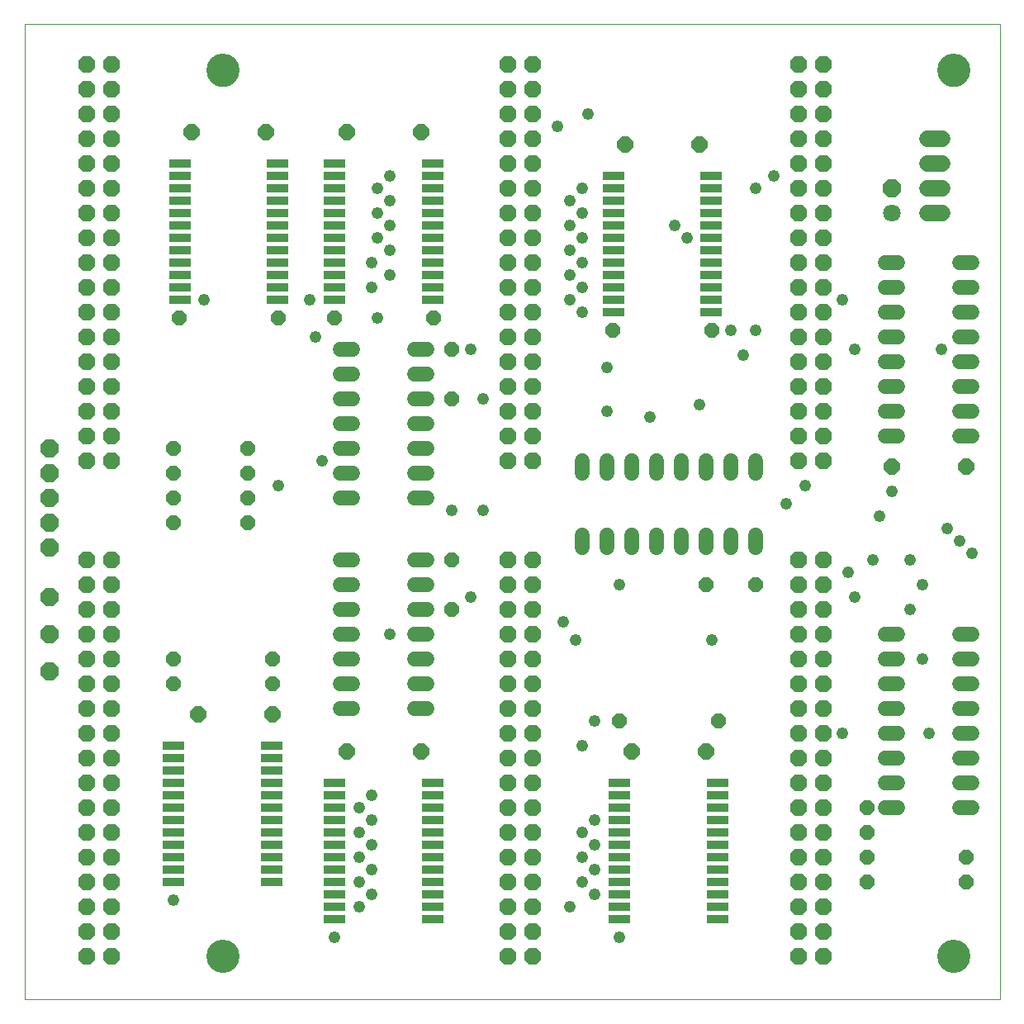
<source format=gts>
G75*
%MOIN*%
%OFA0B0*%
%FSLAX25Y25*%
%IPPOS*%
%LPD*%
%AMOC8*
5,1,8,0,0,1.08239X$1,22.5*
%
%ADD10C,0.00000*%
%ADD11C,0.06000*%
%ADD12C,0.13398*%
%ADD13OC8,0.06000*%
%ADD14OC8,0.07100*%
%ADD15R,0.08800X0.03400*%
%ADD16OC8,0.06800*%
%ADD17OC8,0.06400*%
%ADD18C,0.06800*%
%ADD19C,0.07100*%
%ADD20C,0.04762*%
D10*
X0001500Y0001500D02*
X0001500Y0395201D01*
X0395201Y0395201D01*
X0395201Y0001500D01*
X0001500Y0001500D01*
X0075201Y0019000D02*
X0075203Y0019158D01*
X0075209Y0019316D01*
X0075219Y0019474D01*
X0075233Y0019632D01*
X0075251Y0019789D01*
X0075272Y0019946D01*
X0075298Y0020102D01*
X0075328Y0020258D01*
X0075361Y0020413D01*
X0075399Y0020566D01*
X0075440Y0020719D01*
X0075485Y0020871D01*
X0075534Y0021022D01*
X0075587Y0021171D01*
X0075643Y0021319D01*
X0075703Y0021465D01*
X0075767Y0021610D01*
X0075835Y0021753D01*
X0075906Y0021895D01*
X0075980Y0022035D01*
X0076058Y0022172D01*
X0076140Y0022308D01*
X0076224Y0022442D01*
X0076313Y0022573D01*
X0076404Y0022702D01*
X0076499Y0022829D01*
X0076596Y0022954D01*
X0076697Y0023076D01*
X0076801Y0023195D01*
X0076908Y0023312D01*
X0077018Y0023426D01*
X0077131Y0023537D01*
X0077246Y0023646D01*
X0077364Y0023751D01*
X0077485Y0023853D01*
X0077608Y0023953D01*
X0077734Y0024049D01*
X0077862Y0024142D01*
X0077992Y0024232D01*
X0078125Y0024318D01*
X0078260Y0024402D01*
X0078396Y0024481D01*
X0078535Y0024558D01*
X0078676Y0024630D01*
X0078818Y0024700D01*
X0078962Y0024765D01*
X0079108Y0024827D01*
X0079255Y0024885D01*
X0079404Y0024940D01*
X0079554Y0024991D01*
X0079705Y0025038D01*
X0079857Y0025081D01*
X0080010Y0025120D01*
X0080165Y0025156D01*
X0080320Y0025187D01*
X0080476Y0025215D01*
X0080632Y0025239D01*
X0080789Y0025259D01*
X0080947Y0025275D01*
X0081104Y0025287D01*
X0081263Y0025295D01*
X0081421Y0025299D01*
X0081579Y0025299D01*
X0081737Y0025295D01*
X0081896Y0025287D01*
X0082053Y0025275D01*
X0082211Y0025259D01*
X0082368Y0025239D01*
X0082524Y0025215D01*
X0082680Y0025187D01*
X0082835Y0025156D01*
X0082990Y0025120D01*
X0083143Y0025081D01*
X0083295Y0025038D01*
X0083446Y0024991D01*
X0083596Y0024940D01*
X0083745Y0024885D01*
X0083892Y0024827D01*
X0084038Y0024765D01*
X0084182Y0024700D01*
X0084324Y0024630D01*
X0084465Y0024558D01*
X0084604Y0024481D01*
X0084740Y0024402D01*
X0084875Y0024318D01*
X0085008Y0024232D01*
X0085138Y0024142D01*
X0085266Y0024049D01*
X0085392Y0023953D01*
X0085515Y0023853D01*
X0085636Y0023751D01*
X0085754Y0023646D01*
X0085869Y0023537D01*
X0085982Y0023426D01*
X0086092Y0023312D01*
X0086199Y0023195D01*
X0086303Y0023076D01*
X0086404Y0022954D01*
X0086501Y0022829D01*
X0086596Y0022702D01*
X0086687Y0022573D01*
X0086776Y0022442D01*
X0086860Y0022308D01*
X0086942Y0022172D01*
X0087020Y0022035D01*
X0087094Y0021895D01*
X0087165Y0021753D01*
X0087233Y0021610D01*
X0087297Y0021465D01*
X0087357Y0021319D01*
X0087413Y0021171D01*
X0087466Y0021022D01*
X0087515Y0020871D01*
X0087560Y0020719D01*
X0087601Y0020566D01*
X0087639Y0020413D01*
X0087672Y0020258D01*
X0087702Y0020102D01*
X0087728Y0019946D01*
X0087749Y0019789D01*
X0087767Y0019632D01*
X0087781Y0019474D01*
X0087791Y0019316D01*
X0087797Y0019158D01*
X0087799Y0019000D01*
X0087797Y0018842D01*
X0087791Y0018684D01*
X0087781Y0018526D01*
X0087767Y0018368D01*
X0087749Y0018211D01*
X0087728Y0018054D01*
X0087702Y0017898D01*
X0087672Y0017742D01*
X0087639Y0017587D01*
X0087601Y0017434D01*
X0087560Y0017281D01*
X0087515Y0017129D01*
X0087466Y0016978D01*
X0087413Y0016829D01*
X0087357Y0016681D01*
X0087297Y0016535D01*
X0087233Y0016390D01*
X0087165Y0016247D01*
X0087094Y0016105D01*
X0087020Y0015965D01*
X0086942Y0015828D01*
X0086860Y0015692D01*
X0086776Y0015558D01*
X0086687Y0015427D01*
X0086596Y0015298D01*
X0086501Y0015171D01*
X0086404Y0015046D01*
X0086303Y0014924D01*
X0086199Y0014805D01*
X0086092Y0014688D01*
X0085982Y0014574D01*
X0085869Y0014463D01*
X0085754Y0014354D01*
X0085636Y0014249D01*
X0085515Y0014147D01*
X0085392Y0014047D01*
X0085266Y0013951D01*
X0085138Y0013858D01*
X0085008Y0013768D01*
X0084875Y0013682D01*
X0084740Y0013598D01*
X0084604Y0013519D01*
X0084465Y0013442D01*
X0084324Y0013370D01*
X0084182Y0013300D01*
X0084038Y0013235D01*
X0083892Y0013173D01*
X0083745Y0013115D01*
X0083596Y0013060D01*
X0083446Y0013009D01*
X0083295Y0012962D01*
X0083143Y0012919D01*
X0082990Y0012880D01*
X0082835Y0012844D01*
X0082680Y0012813D01*
X0082524Y0012785D01*
X0082368Y0012761D01*
X0082211Y0012741D01*
X0082053Y0012725D01*
X0081896Y0012713D01*
X0081737Y0012705D01*
X0081579Y0012701D01*
X0081421Y0012701D01*
X0081263Y0012705D01*
X0081104Y0012713D01*
X0080947Y0012725D01*
X0080789Y0012741D01*
X0080632Y0012761D01*
X0080476Y0012785D01*
X0080320Y0012813D01*
X0080165Y0012844D01*
X0080010Y0012880D01*
X0079857Y0012919D01*
X0079705Y0012962D01*
X0079554Y0013009D01*
X0079404Y0013060D01*
X0079255Y0013115D01*
X0079108Y0013173D01*
X0078962Y0013235D01*
X0078818Y0013300D01*
X0078676Y0013370D01*
X0078535Y0013442D01*
X0078396Y0013519D01*
X0078260Y0013598D01*
X0078125Y0013682D01*
X0077992Y0013768D01*
X0077862Y0013858D01*
X0077734Y0013951D01*
X0077608Y0014047D01*
X0077485Y0014147D01*
X0077364Y0014249D01*
X0077246Y0014354D01*
X0077131Y0014463D01*
X0077018Y0014574D01*
X0076908Y0014688D01*
X0076801Y0014805D01*
X0076697Y0014924D01*
X0076596Y0015046D01*
X0076499Y0015171D01*
X0076404Y0015298D01*
X0076313Y0015427D01*
X0076224Y0015558D01*
X0076140Y0015692D01*
X0076058Y0015828D01*
X0075980Y0015965D01*
X0075906Y0016105D01*
X0075835Y0016247D01*
X0075767Y0016390D01*
X0075703Y0016535D01*
X0075643Y0016681D01*
X0075587Y0016829D01*
X0075534Y0016978D01*
X0075485Y0017129D01*
X0075440Y0017281D01*
X0075399Y0017434D01*
X0075361Y0017587D01*
X0075328Y0017742D01*
X0075298Y0017898D01*
X0075272Y0018054D01*
X0075251Y0018211D01*
X0075233Y0018368D01*
X0075219Y0018526D01*
X0075209Y0018684D01*
X0075203Y0018842D01*
X0075201Y0019000D01*
X0370201Y0019000D02*
X0370203Y0019158D01*
X0370209Y0019316D01*
X0370219Y0019474D01*
X0370233Y0019632D01*
X0370251Y0019789D01*
X0370272Y0019946D01*
X0370298Y0020102D01*
X0370328Y0020258D01*
X0370361Y0020413D01*
X0370399Y0020566D01*
X0370440Y0020719D01*
X0370485Y0020871D01*
X0370534Y0021022D01*
X0370587Y0021171D01*
X0370643Y0021319D01*
X0370703Y0021465D01*
X0370767Y0021610D01*
X0370835Y0021753D01*
X0370906Y0021895D01*
X0370980Y0022035D01*
X0371058Y0022172D01*
X0371140Y0022308D01*
X0371224Y0022442D01*
X0371313Y0022573D01*
X0371404Y0022702D01*
X0371499Y0022829D01*
X0371596Y0022954D01*
X0371697Y0023076D01*
X0371801Y0023195D01*
X0371908Y0023312D01*
X0372018Y0023426D01*
X0372131Y0023537D01*
X0372246Y0023646D01*
X0372364Y0023751D01*
X0372485Y0023853D01*
X0372608Y0023953D01*
X0372734Y0024049D01*
X0372862Y0024142D01*
X0372992Y0024232D01*
X0373125Y0024318D01*
X0373260Y0024402D01*
X0373396Y0024481D01*
X0373535Y0024558D01*
X0373676Y0024630D01*
X0373818Y0024700D01*
X0373962Y0024765D01*
X0374108Y0024827D01*
X0374255Y0024885D01*
X0374404Y0024940D01*
X0374554Y0024991D01*
X0374705Y0025038D01*
X0374857Y0025081D01*
X0375010Y0025120D01*
X0375165Y0025156D01*
X0375320Y0025187D01*
X0375476Y0025215D01*
X0375632Y0025239D01*
X0375789Y0025259D01*
X0375947Y0025275D01*
X0376104Y0025287D01*
X0376263Y0025295D01*
X0376421Y0025299D01*
X0376579Y0025299D01*
X0376737Y0025295D01*
X0376896Y0025287D01*
X0377053Y0025275D01*
X0377211Y0025259D01*
X0377368Y0025239D01*
X0377524Y0025215D01*
X0377680Y0025187D01*
X0377835Y0025156D01*
X0377990Y0025120D01*
X0378143Y0025081D01*
X0378295Y0025038D01*
X0378446Y0024991D01*
X0378596Y0024940D01*
X0378745Y0024885D01*
X0378892Y0024827D01*
X0379038Y0024765D01*
X0379182Y0024700D01*
X0379324Y0024630D01*
X0379465Y0024558D01*
X0379604Y0024481D01*
X0379740Y0024402D01*
X0379875Y0024318D01*
X0380008Y0024232D01*
X0380138Y0024142D01*
X0380266Y0024049D01*
X0380392Y0023953D01*
X0380515Y0023853D01*
X0380636Y0023751D01*
X0380754Y0023646D01*
X0380869Y0023537D01*
X0380982Y0023426D01*
X0381092Y0023312D01*
X0381199Y0023195D01*
X0381303Y0023076D01*
X0381404Y0022954D01*
X0381501Y0022829D01*
X0381596Y0022702D01*
X0381687Y0022573D01*
X0381776Y0022442D01*
X0381860Y0022308D01*
X0381942Y0022172D01*
X0382020Y0022035D01*
X0382094Y0021895D01*
X0382165Y0021753D01*
X0382233Y0021610D01*
X0382297Y0021465D01*
X0382357Y0021319D01*
X0382413Y0021171D01*
X0382466Y0021022D01*
X0382515Y0020871D01*
X0382560Y0020719D01*
X0382601Y0020566D01*
X0382639Y0020413D01*
X0382672Y0020258D01*
X0382702Y0020102D01*
X0382728Y0019946D01*
X0382749Y0019789D01*
X0382767Y0019632D01*
X0382781Y0019474D01*
X0382791Y0019316D01*
X0382797Y0019158D01*
X0382799Y0019000D01*
X0382797Y0018842D01*
X0382791Y0018684D01*
X0382781Y0018526D01*
X0382767Y0018368D01*
X0382749Y0018211D01*
X0382728Y0018054D01*
X0382702Y0017898D01*
X0382672Y0017742D01*
X0382639Y0017587D01*
X0382601Y0017434D01*
X0382560Y0017281D01*
X0382515Y0017129D01*
X0382466Y0016978D01*
X0382413Y0016829D01*
X0382357Y0016681D01*
X0382297Y0016535D01*
X0382233Y0016390D01*
X0382165Y0016247D01*
X0382094Y0016105D01*
X0382020Y0015965D01*
X0381942Y0015828D01*
X0381860Y0015692D01*
X0381776Y0015558D01*
X0381687Y0015427D01*
X0381596Y0015298D01*
X0381501Y0015171D01*
X0381404Y0015046D01*
X0381303Y0014924D01*
X0381199Y0014805D01*
X0381092Y0014688D01*
X0380982Y0014574D01*
X0380869Y0014463D01*
X0380754Y0014354D01*
X0380636Y0014249D01*
X0380515Y0014147D01*
X0380392Y0014047D01*
X0380266Y0013951D01*
X0380138Y0013858D01*
X0380008Y0013768D01*
X0379875Y0013682D01*
X0379740Y0013598D01*
X0379604Y0013519D01*
X0379465Y0013442D01*
X0379324Y0013370D01*
X0379182Y0013300D01*
X0379038Y0013235D01*
X0378892Y0013173D01*
X0378745Y0013115D01*
X0378596Y0013060D01*
X0378446Y0013009D01*
X0378295Y0012962D01*
X0378143Y0012919D01*
X0377990Y0012880D01*
X0377835Y0012844D01*
X0377680Y0012813D01*
X0377524Y0012785D01*
X0377368Y0012761D01*
X0377211Y0012741D01*
X0377053Y0012725D01*
X0376896Y0012713D01*
X0376737Y0012705D01*
X0376579Y0012701D01*
X0376421Y0012701D01*
X0376263Y0012705D01*
X0376104Y0012713D01*
X0375947Y0012725D01*
X0375789Y0012741D01*
X0375632Y0012761D01*
X0375476Y0012785D01*
X0375320Y0012813D01*
X0375165Y0012844D01*
X0375010Y0012880D01*
X0374857Y0012919D01*
X0374705Y0012962D01*
X0374554Y0013009D01*
X0374404Y0013060D01*
X0374255Y0013115D01*
X0374108Y0013173D01*
X0373962Y0013235D01*
X0373818Y0013300D01*
X0373676Y0013370D01*
X0373535Y0013442D01*
X0373396Y0013519D01*
X0373260Y0013598D01*
X0373125Y0013682D01*
X0372992Y0013768D01*
X0372862Y0013858D01*
X0372734Y0013951D01*
X0372608Y0014047D01*
X0372485Y0014147D01*
X0372364Y0014249D01*
X0372246Y0014354D01*
X0372131Y0014463D01*
X0372018Y0014574D01*
X0371908Y0014688D01*
X0371801Y0014805D01*
X0371697Y0014924D01*
X0371596Y0015046D01*
X0371499Y0015171D01*
X0371404Y0015298D01*
X0371313Y0015427D01*
X0371224Y0015558D01*
X0371140Y0015692D01*
X0371058Y0015828D01*
X0370980Y0015965D01*
X0370906Y0016105D01*
X0370835Y0016247D01*
X0370767Y0016390D01*
X0370703Y0016535D01*
X0370643Y0016681D01*
X0370587Y0016829D01*
X0370534Y0016978D01*
X0370485Y0017129D01*
X0370440Y0017281D01*
X0370399Y0017434D01*
X0370361Y0017587D01*
X0370328Y0017742D01*
X0370298Y0017898D01*
X0370272Y0018054D01*
X0370251Y0018211D01*
X0370233Y0018368D01*
X0370219Y0018526D01*
X0370209Y0018684D01*
X0370203Y0018842D01*
X0370201Y0019000D01*
X0370201Y0376500D02*
X0370203Y0376658D01*
X0370209Y0376816D01*
X0370219Y0376974D01*
X0370233Y0377132D01*
X0370251Y0377289D01*
X0370272Y0377446D01*
X0370298Y0377602D01*
X0370328Y0377758D01*
X0370361Y0377913D01*
X0370399Y0378066D01*
X0370440Y0378219D01*
X0370485Y0378371D01*
X0370534Y0378522D01*
X0370587Y0378671D01*
X0370643Y0378819D01*
X0370703Y0378965D01*
X0370767Y0379110D01*
X0370835Y0379253D01*
X0370906Y0379395D01*
X0370980Y0379535D01*
X0371058Y0379672D01*
X0371140Y0379808D01*
X0371224Y0379942D01*
X0371313Y0380073D01*
X0371404Y0380202D01*
X0371499Y0380329D01*
X0371596Y0380454D01*
X0371697Y0380576D01*
X0371801Y0380695D01*
X0371908Y0380812D01*
X0372018Y0380926D01*
X0372131Y0381037D01*
X0372246Y0381146D01*
X0372364Y0381251D01*
X0372485Y0381353D01*
X0372608Y0381453D01*
X0372734Y0381549D01*
X0372862Y0381642D01*
X0372992Y0381732D01*
X0373125Y0381818D01*
X0373260Y0381902D01*
X0373396Y0381981D01*
X0373535Y0382058D01*
X0373676Y0382130D01*
X0373818Y0382200D01*
X0373962Y0382265D01*
X0374108Y0382327D01*
X0374255Y0382385D01*
X0374404Y0382440D01*
X0374554Y0382491D01*
X0374705Y0382538D01*
X0374857Y0382581D01*
X0375010Y0382620D01*
X0375165Y0382656D01*
X0375320Y0382687D01*
X0375476Y0382715D01*
X0375632Y0382739D01*
X0375789Y0382759D01*
X0375947Y0382775D01*
X0376104Y0382787D01*
X0376263Y0382795D01*
X0376421Y0382799D01*
X0376579Y0382799D01*
X0376737Y0382795D01*
X0376896Y0382787D01*
X0377053Y0382775D01*
X0377211Y0382759D01*
X0377368Y0382739D01*
X0377524Y0382715D01*
X0377680Y0382687D01*
X0377835Y0382656D01*
X0377990Y0382620D01*
X0378143Y0382581D01*
X0378295Y0382538D01*
X0378446Y0382491D01*
X0378596Y0382440D01*
X0378745Y0382385D01*
X0378892Y0382327D01*
X0379038Y0382265D01*
X0379182Y0382200D01*
X0379324Y0382130D01*
X0379465Y0382058D01*
X0379604Y0381981D01*
X0379740Y0381902D01*
X0379875Y0381818D01*
X0380008Y0381732D01*
X0380138Y0381642D01*
X0380266Y0381549D01*
X0380392Y0381453D01*
X0380515Y0381353D01*
X0380636Y0381251D01*
X0380754Y0381146D01*
X0380869Y0381037D01*
X0380982Y0380926D01*
X0381092Y0380812D01*
X0381199Y0380695D01*
X0381303Y0380576D01*
X0381404Y0380454D01*
X0381501Y0380329D01*
X0381596Y0380202D01*
X0381687Y0380073D01*
X0381776Y0379942D01*
X0381860Y0379808D01*
X0381942Y0379672D01*
X0382020Y0379535D01*
X0382094Y0379395D01*
X0382165Y0379253D01*
X0382233Y0379110D01*
X0382297Y0378965D01*
X0382357Y0378819D01*
X0382413Y0378671D01*
X0382466Y0378522D01*
X0382515Y0378371D01*
X0382560Y0378219D01*
X0382601Y0378066D01*
X0382639Y0377913D01*
X0382672Y0377758D01*
X0382702Y0377602D01*
X0382728Y0377446D01*
X0382749Y0377289D01*
X0382767Y0377132D01*
X0382781Y0376974D01*
X0382791Y0376816D01*
X0382797Y0376658D01*
X0382799Y0376500D01*
X0382797Y0376342D01*
X0382791Y0376184D01*
X0382781Y0376026D01*
X0382767Y0375868D01*
X0382749Y0375711D01*
X0382728Y0375554D01*
X0382702Y0375398D01*
X0382672Y0375242D01*
X0382639Y0375087D01*
X0382601Y0374934D01*
X0382560Y0374781D01*
X0382515Y0374629D01*
X0382466Y0374478D01*
X0382413Y0374329D01*
X0382357Y0374181D01*
X0382297Y0374035D01*
X0382233Y0373890D01*
X0382165Y0373747D01*
X0382094Y0373605D01*
X0382020Y0373465D01*
X0381942Y0373328D01*
X0381860Y0373192D01*
X0381776Y0373058D01*
X0381687Y0372927D01*
X0381596Y0372798D01*
X0381501Y0372671D01*
X0381404Y0372546D01*
X0381303Y0372424D01*
X0381199Y0372305D01*
X0381092Y0372188D01*
X0380982Y0372074D01*
X0380869Y0371963D01*
X0380754Y0371854D01*
X0380636Y0371749D01*
X0380515Y0371647D01*
X0380392Y0371547D01*
X0380266Y0371451D01*
X0380138Y0371358D01*
X0380008Y0371268D01*
X0379875Y0371182D01*
X0379740Y0371098D01*
X0379604Y0371019D01*
X0379465Y0370942D01*
X0379324Y0370870D01*
X0379182Y0370800D01*
X0379038Y0370735D01*
X0378892Y0370673D01*
X0378745Y0370615D01*
X0378596Y0370560D01*
X0378446Y0370509D01*
X0378295Y0370462D01*
X0378143Y0370419D01*
X0377990Y0370380D01*
X0377835Y0370344D01*
X0377680Y0370313D01*
X0377524Y0370285D01*
X0377368Y0370261D01*
X0377211Y0370241D01*
X0377053Y0370225D01*
X0376896Y0370213D01*
X0376737Y0370205D01*
X0376579Y0370201D01*
X0376421Y0370201D01*
X0376263Y0370205D01*
X0376104Y0370213D01*
X0375947Y0370225D01*
X0375789Y0370241D01*
X0375632Y0370261D01*
X0375476Y0370285D01*
X0375320Y0370313D01*
X0375165Y0370344D01*
X0375010Y0370380D01*
X0374857Y0370419D01*
X0374705Y0370462D01*
X0374554Y0370509D01*
X0374404Y0370560D01*
X0374255Y0370615D01*
X0374108Y0370673D01*
X0373962Y0370735D01*
X0373818Y0370800D01*
X0373676Y0370870D01*
X0373535Y0370942D01*
X0373396Y0371019D01*
X0373260Y0371098D01*
X0373125Y0371182D01*
X0372992Y0371268D01*
X0372862Y0371358D01*
X0372734Y0371451D01*
X0372608Y0371547D01*
X0372485Y0371647D01*
X0372364Y0371749D01*
X0372246Y0371854D01*
X0372131Y0371963D01*
X0372018Y0372074D01*
X0371908Y0372188D01*
X0371801Y0372305D01*
X0371697Y0372424D01*
X0371596Y0372546D01*
X0371499Y0372671D01*
X0371404Y0372798D01*
X0371313Y0372927D01*
X0371224Y0373058D01*
X0371140Y0373192D01*
X0371058Y0373328D01*
X0370980Y0373465D01*
X0370906Y0373605D01*
X0370835Y0373747D01*
X0370767Y0373890D01*
X0370703Y0374035D01*
X0370643Y0374181D01*
X0370587Y0374329D01*
X0370534Y0374478D01*
X0370485Y0374629D01*
X0370440Y0374781D01*
X0370399Y0374934D01*
X0370361Y0375087D01*
X0370328Y0375242D01*
X0370298Y0375398D01*
X0370272Y0375554D01*
X0370251Y0375711D01*
X0370233Y0375868D01*
X0370219Y0376026D01*
X0370209Y0376184D01*
X0370203Y0376342D01*
X0370201Y0376500D01*
X0075201Y0376500D02*
X0075203Y0376658D01*
X0075209Y0376816D01*
X0075219Y0376974D01*
X0075233Y0377132D01*
X0075251Y0377289D01*
X0075272Y0377446D01*
X0075298Y0377602D01*
X0075328Y0377758D01*
X0075361Y0377913D01*
X0075399Y0378066D01*
X0075440Y0378219D01*
X0075485Y0378371D01*
X0075534Y0378522D01*
X0075587Y0378671D01*
X0075643Y0378819D01*
X0075703Y0378965D01*
X0075767Y0379110D01*
X0075835Y0379253D01*
X0075906Y0379395D01*
X0075980Y0379535D01*
X0076058Y0379672D01*
X0076140Y0379808D01*
X0076224Y0379942D01*
X0076313Y0380073D01*
X0076404Y0380202D01*
X0076499Y0380329D01*
X0076596Y0380454D01*
X0076697Y0380576D01*
X0076801Y0380695D01*
X0076908Y0380812D01*
X0077018Y0380926D01*
X0077131Y0381037D01*
X0077246Y0381146D01*
X0077364Y0381251D01*
X0077485Y0381353D01*
X0077608Y0381453D01*
X0077734Y0381549D01*
X0077862Y0381642D01*
X0077992Y0381732D01*
X0078125Y0381818D01*
X0078260Y0381902D01*
X0078396Y0381981D01*
X0078535Y0382058D01*
X0078676Y0382130D01*
X0078818Y0382200D01*
X0078962Y0382265D01*
X0079108Y0382327D01*
X0079255Y0382385D01*
X0079404Y0382440D01*
X0079554Y0382491D01*
X0079705Y0382538D01*
X0079857Y0382581D01*
X0080010Y0382620D01*
X0080165Y0382656D01*
X0080320Y0382687D01*
X0080476Y0382715D01*
X0080632Y0382739D01*
X0080789Y0382759D01*
X0080947Y0382775D01*
X0081104Y0382787D01*
X0081263Y0382795D01*
X0081421Y0382799D01*
X0081579Y0382799D01*
X0081737Y0382795D01*
X0081896Y0382787D01*
X0082053Y0382775D01*
X0082211Y0382759D01*
X0082368Y0382739D01*
X0082524Y0382715D01*
X0082680Y0382687D01*
X0082835Y0382656D01*
X0082990Y0382620D01*
X0083143Y0382581D01*
X0083295Y0382538D01*
X0083446Y0382491D01*
X0083596Y0382440D01*
X0083745Y0382385D01*
X0083892Y0382327D01*
X0084038Y0382265D01*
X0084182Y0382200D01*
X0084324Y0382130D01*
X0084465Y0382058D01*
X0084604Y0381981D01*
X0084740Y0381902D01*
X0084875Y0381818D01*
X0085008Y0381732D01*
X0085138Y0381642D01*
X0085266Y0381549D01*
X0085392Y0381453D01*
X0085515Y0381353D01*
X0085636Y0381251D01*
X0085754Y0381146D01*
X0085869Y0381037D01*
X0085982Y0380926D01*
X0086092Y0380812D01*
X0086199Y0380695D01*
X0086303Y0380576D01*
X0086404Y0380454D01*
X0086501Y0380329D01*
X0086596Y0380202D01*
X0086687Y0380073D01*
X0086776Y0379942D01*
X0086860Y0379808D01*
X0086942Y0379672D01*
X0087020Y0379535D01*
X0087094Y0379395D01*
X0087165Y0379253D01*
X0087233Y0379110D01*
X0087297Y0378965D01*
X0087357Y0378819D01*
X0087413Y0378671D01*
X0087466Y0378522D01*
X0087515Y0378371D01*
X0087560Y0378219D01*
X0087601Y0378066D01*
X0087639Y0377913D01*
X0087672Y0377758D01*
X0087702Y0377602D01*
X0087728Y0377446D01*
X0087749Y0377289D01*
X0087767Y0377132D01*
X0087781Y0376974D01*
X0087791Y0376816D01*
X0087797Y0376658D01*
X0087799Y0376500D01*
X0087797Y0376342D01*
X0087791Y0376184D01*
X0087781Y0376026D01*
X0087767Y0375868D01*
X0087749Y0375711D01*
X0087728Y0375554D01*
X0087702Y0375398D01*
X0087672Y0375242D01*
X0087639Y0375087D01*
X0087601Y0374934D01*
X0087560Y0374781D01*
X0087515Y0374629D01*
X0087466Y0374478D01*
X0087413Y0374329D01*
X0087357Y0374181D01*
X0087297Y0374035D01*
X0087233Y0373890D01*
X0087165Y0373747D01*
X0087094Y0373605D01*
X0087020Y0373465D01*
X0086942Y0373328D01*
X0086860Y0373192D01*
X0086776Y0373058D01*
X0086687Y0372927D01*
X0086596Y0372798D01*
X0086501Y0372671D01*
X0086404Y0372546D01*
X0086303Y0372424D01*
X0086199Y0372305D01*
X0086092Y0372188D01*
X0085982Y0372074D01*
X0085869Y0371963D01*
X0085754Y0371854D01*
X0085636Y0371749D01*
X0085515Y0371647D01*
X0085392Y0371547D01*
X0085266Y0371451D01*
X0085138Y0371358D01*
X0085008Y0371268D01*
X0084875Y0371182D01*
X0084740Y0371098D01*
X0084604Y0371019D01*
X0084465Y0370942D01*
X0084324Y0370870D01*
X0084182Y0370800D01*
X0084038Y0370735D01*
X0083892Y0370673D01*
X0083745Y0370615D01*
X0083596Y0370560D01*
X0083446Y0370509D01*
X0083295Y0370462D01*
X0083143Y0370419D01*
X0082990Y0370380D01*
X0082835Y0370344D01*
X0082680Y0370313D01*
X0082524Y0370285D01*
X0082368Y0370261D01*
X0082211Y0370241D01*
X0082053Y0370225D01*
X0081896Y0370213D01*
X0081737Y0370205D01*
X0081579Y0370201D01*
X0081421Y0370201D01*
X0081263Y0370205D01*
X0081104Y0370213D01*
X0080947Y0370225D01*
X0080789Y0370241D01*
X0080632Y0370261D01*
X0080476Y0370285D01*
X0080320Y0370313D01*
X0080165Y0370344D01*
X0080010Y0370380D01*
X0079857Y0370419D01*
X0079705Y0370462D01*
X0079554Y0370509D01*
X0079404Y0370560D01*
X0079255Y0370615D01*
X0079108Y0370673D01*
X0078962Y0370735D01*
X0078818Y0370800D01*
X0078676Y0370870D01*
X0078535Y0370942D01*
X0078396Y0371019D01*
X0078260Y0371098D01*
X0078125Y0371182D01*
X0077992Y0371268D01*
X0077862Y0371358D01*
X0077734Y0371451D01*
X0077608Y0371547D01*
X0077485Y0371647D01*
X0077364Y0371749D01*
X0077246Y0371854D01*
X0077131Y0371963D01*
X0077018Y0372074D01*
X0076908Y0372188D01*
X0076801Y0372305D01*
X0076697Y0372424D01*
X0076596Y0372546D01*
X0076499Y0372671D01*
X0076404Y0372798D01*
X0076313Y0372927D01*
X0076224Y0373058D01*
X0076140Y0373192D01*
X0076058Y0373328D01*
X0075980Y0373465D01*
X0075906Y0373605D01*
X0075835Y0373747D01*
X0075767Y0373890D01*
X0075703Y0374035D01*
X0075643Y0374181D01*
X0075587Y0374329D01*
X0075534Y0374478D01*
X0075485Y0374629D01*
X0075440Y0374781D01*
X0075399Y0374934D01*
X0075361Y0375087D01*
X0075328Y0375242D01*
X0075298Y0375398D01*
X0075272Y0375554D01*
X0075251Y0375711D01*
X0075233Y0375868D01*
X0075219Y0376026D01*
X0075209Y0376184D01*
X0075203Y0376342D01*
X0075201Y0376500D01*
D11*
X0128900Y0264000D02*
X0134100Y0264000D01*
X0134100Y0254000D02*
X0128900Y0254000D01*
X0128900Y0244000D02*
X0134100Y0244000D01*
X0134100Y0234000D02*
X0128900Y0234000D01*
X0128900Y0224000D02*
X0134100Y0224000D01*
X0134100Y0214000D02*
X0128900Y0214000D01*
X0128900Y0204000D02*
X0134100Y0204000D01*
X0158900Y0204000D02*
X0164100Y0204000D01*
X0164100Y0214000D02*
X0158900Y0214000D01*
X0158900Y0224000D02*
X0164100Y0224000D01*
X0164100Y0234000D02*
X0158900Y0234000D01*
X0158900Y0244000D02*
X0164100Y0244000D01*
X0164100Y0254000D02*
X0158900Y0254000D01*
X0158900Y0264000D02*
X0164100Y0264000D01*
X0226500Y0219100D02*
X0226500Y0213900D01*
X0236500Y0213900D02*
X0236500Y0219100D01*
X0246500Y0219100D02*
X0246500Y0213900D01*
X0256500Y0213900D02*
X0256500Y0219100D01*
X0266500Y0219100D02*
X0266500Y0213900D01*
X0276500Y0213900D02*
X0276500Y0219100D01*
X0286500Y0219100D02*
X0286500Y0213900D01*
X0296500Y0213900D02*
X0296500Y0219100D01*
X0296500Y0189100D02*
X0296500Y0183900D01*
X0286500Y0183900D02*
X0286500Y0189100D01*
X0276500Y0189100D02*
X0276500Y0183900D01*
X0266500Y0183900D02*
X0266500Y0189100D01*
X0256500Y0189100D02*
X0256500Y0183900D01*
X0246500Y0183900D02*
X0246500Y0189100D01*
X0236500Y0189100D02*
X0236500Y0183900D01*
X0226500Y0183900D02*
X0226500Y0189100D01*
X0164100Y0179000D02*
X0158900Y0179000D01*
X0158900Y0169000D02*
X0164100Y0169000D01*
X0164100Y0159000D02*
X0158900Y0159000D01*
X0158900Y0149000D02*
X0164100Y0149000D01*
X0164100Y0139000D02*
X0158900Y0139000D01*
X0158900Y0129000D02*
X0164100Y0129000D01*
X0164100Y0119000D02*
X0158900Y0119000D01*
X0134100Y0119000D02*
X0128900Y0119000D01*
X0128900Y0129000D02*
X0134100Y0129000D01*
X0134100Y0139000D02*
X0128900Y0139000D01*
X0128900Y0149000D02*
X0134100Y0149000D01*
X0134100Y0159000D02*
X0128900Y0159000D01*
X0128900Y0169000D02*
X0134100Y0169000D01*
X0134100Y0179000D02*
X0128900Y0179000D01*
X0348900Y0149000D02*
X0354100Y0149000D01*
X0354100Y0139000D02*
X0348900Y0139000D01*
X0348900Y0129000D02*
X0354100Y0129000D01*
X0354100Y0119000D02*
X0348900Y0119000D01*
X0348900Y0109000D02*
X0354100Y0109000D01*
X0354100Y0099000D02*
X0348900Y0099000D01*
X0348900Y0089000D02*
X0354100Y0089000D01*
X0354100Y0079000D02*
X0348900Y0079000D01*
X0378900Y0079000D02*
X0384100Y0079000D01*
X0384100Y0089000D02*
X0378900Y0089000D01*
X0378900Y0099000D02*
X0384100Y0099000D01*
X0384100Y0109000D02*
X0378900Y0109000D01*
X0378900Y0119000D02*
X0384100Y0119000D01*
X0384100Y0129000D02*
X0378900Y0129000D01*
X0378900Y0139000D02*
X0384100Y0139000D01*
X0384100Y0149000D02*
X0378900Y0149000D01*
X0378900Y0229000D02*
X0384100Y0229000D01*
X0384100Y0239000D02*
X0378900Y0239000D01*
X0378900Y0249000D02*
X0384100Y0249000D01*
X0384100Y0259000D02*
X0378900Y0259000D01*
X0378900Y0269000D02*
X0384100Y0269000D01*
X0384100Y0279000D02*
X0378900Y0279000D01*
X0378900Y0289000D02*
X0384100Y0289000D01*
X0384100Y0299000D02*
X0378900Y0299000D01*
X0354100Y0299000D02*
X0348900Y0299000D01*
X0348900Y0289000D02*
X0354100Y0289000D01*
X0354100Y0279000D02*
X0348900Y0279000D01*
X0348900Y0269000D02*
X0354100Y0269000D01*
X0354100Y0259000D02*
X0348900Y0259000D01*
X0348900Y0249000D02*
X0354100Y0249000D01*
X0354100Y0239000D02*
X0348900Y0239000D01*
X0348900Y0229000D02*
X0354100Y0229000D01*
D12*
X0376500Y0376500D03*
X0081500Y0376500D03*
X0081500Y0019000D03*
X0376500Y0019000D03*
D13*
X0381500Y0049000D03*
X0381500Y0059000D03*
X0341500Y0059000D03*
X0341500Y0049000D03*
X0341500Y0069000D03*
X0341500Y0079000D03*
X0281500Y0114000D03*
X0241500Y0114000D03*
X0276500Y0169000D03*
X0296500Y0169000D03*
X0279000Y0271500D03*
X0239000Y0271500D03*
X0174000Y0264000D03*
X0166500Y0276500D03*
X0174000Y0244000D03*
X0126500Y0276500D03*
X0104000Y0276500D03*
X0064000Y0276500D03*
X0061500Y0224000D03*
X0061500Y0214000D03*
X0061500Y0204000D03*
X0061500Y0194000D03*
X0091500Y0194000D03*
X0091500Y0204000D03*
X0091500Y0214000D03*
X0091500Y0224000D03*
X0174000Y0179000D03*
X0174000Y0159000D03*
X0101500Y0139000D03*
X0101500Y0129000D03*
X0061500Y0129000D03*
X0061500Y0139000D03*
D14*
X0011500Y0134000D03*
X0011500Y0149000D03*
X0011500Y0164000D03*
X0011500Y0184000D03*
X0011500Y0194000D03*
X0011500Y0204000D03*
X0011500Y0214000D03*
X0011500Y0224000D03*
X0351500Y0329000D03*
D15*
X0278800Y0329000D03*
X0278800Y0334000D03*
X0278800Y0324000D03*
X0278800Y0319000D03*
X0278800Y0314000D03*
X0278800Y0309000D03*
X0278800Y0304000D03*
X0278800Y0299000D03*
X0278800Y0294000D03*
X0278800Y0289000D03*
X0278800Y0284000D03*
X0278800Y0279000D03*
X0239200Y0279000D03*
X0239200Y0284000D03*
X0239200Y0289000D03*
X0239200Y0294000D03*
X0239200Y0299000D03*
X0239200Y0304000D03*
X0239200Y0309000D03*
X0239200Y0314000D03*
X0239200Y0319000D03*
X0239200Y0324000D03*
X0239200Y0329000D03*
X0239200Y0334000D03*
X0166300Y0334000D03*
X0166300Y0329000D03*
X0166300Y0324000D03*
X0166300Y0319000D03*
X0166300Y0314000D03*
X0166300Y0309000D03*
X0166300Y0304000D03*
X0166300Y0299000D03*
X0166300Y0294000D03*
X0166300Y0289000D03*
X0166300Y0284000D03*
X0126700Y0284000D03*
X0126700Y0289000D03*
X0126700Y0294000D03*
X0126700Y0299000D03*
X0126700Y0304000D03*
X0126700Y0309000D03*
X0126700Y0314000D03*
X0126700Y0319000D03*
X0126700Y0324000D03*
X0126700Y0329000D03*
X0126700Y0334000D03*
X0126700Y0339000D03*
X0103800Y0339000D03*
X0103800Y0334000D03*
X0103800Y0329000D03*
X0103800Y0324000D03*
X0103800Y0319000D03*
X0103800Y0314000D03*
X0103800Y0309000D03*
X0103800Y0304000D03*
X0103800Y0299000D03*
X0103800Y0294000D03*
X0103800Y0289000D03*
X0103800Y0284000D03*
X0064200Y0284000D03*
X0064200Y0289000D03*
X0064200Y0294000D03*
X0064200Y0299000D03*
X0064200Y0304000D03*
X0064200Y0309000D03*
X0064200Y0314000D03*
X0064200Y0319000D03*
X0064200Y0324000D03*
X0064200Y0329000D03*
X0064200Y0334000D03*
X0064200Y0339000D03*
X0166300Y0339000D03*
X0101300Y0104000D03*
X0101300Y0099000D03*
X0101300Y0094000D03*
X0101300Y0089000D03*
X0101300Y0084000D03*
X0101300Y0079000D03*
X0101300Y0074000D03*
X0101300Y0069000D03*
X0101300Y0064000D03*
X0101300Y0059000D03*
X0101300Y0054000D03*
X0101300Y0049000D03*
X0126700Y0049000D03*
X0126700Y0044000D03*
X0126700Y0039000D03*
X0126700Y0034000D03*
X0126700Y0054000D03*
X0126700Y0059000D03*
X0126700Y0064000D03*
X0126700Y0069000D03*
X0126700Y0074000D03*
X0126700Y0079000D03*
X0126700Y0084000D03*
X0126700Y0089000D03*
X0166300Y0089000D03*
X0166300Y0084000D03*
X0166300Y0079000D03*
X0166300Y0074000D03*
X0166300Y0069000D03*
X0166300Y0064000D03*
X0166300Y0059000D03*
X0166300Y0054000D03*
X0166300Y0049000D03*
X0166300Y0044000D03*
X0166300Y0039000D03*
X0166300Y0034000D03*
X0241700Y0034000D03*
X0241700Y0039000D03*
X0241700Y0044000D03*
X0241700Y0049000D03*
X0241700Y0054000D03*
X0241700Y0059000D03*
X0241700Y0064000D03*
X0241700Y0069000D03*
X0241700Y0074000D03*
X0241700Y0079000D03*
X0241700Y0084000D03*
X0241700Y0089000D03*
X0281300Y0089000D03*
X0281300Y0084000D03*
X0281300Y0079000D03*
X0281300Y0074000D03*
X0281300Y0069000D03*
X0281300Y0064000D03*
X0281300Y0059000D03*
X0281300Y0054000D03*
X0281300Y0049000D03*
X0281300Y0044000D03*
X0281300Y0039000D03*
X0281300Y0034000D03*
X0061700Y0049000D03*
X0061700Y0054000D03*
X0061700Y0059000D03*
X0061700Y0064000D03*
X0061700Y0069000D03*
X0061700Y0074000D03*
X0061700Y0079000D03*
X0061700Y0084000D03*
X0061700Y0089000D03*
X0061700Y0094000D03*
X0061700Y0099000D03*
X0061700Y0104000D03*
D16*
X0036500Y0099000D03*
X0036500Y0089000D03*
X0026500Y0089000D03*
X0026500Y0099000D03*
X0026500Y0109000D03*
X0036500Y0109000D03*
X0036500Y0119000D03*
X0036500Y0129000D03*
X0026500Y0129000D03*
X0026500Y0119000D03*
X0026500Y0139000D03*
X0026500Y0149000D03*
X0036500Y0149000D03*
X0036500Y0139000D03*
X0036500Y0159000D03*
X0036500Y0169000D03*
X0026500Y0169000D03*
X0026500Y0159000D03*
X0026500Y0179000D03*
X0036500Y0179000D03*
X0036500Y0219000D03*
X0036500Y0229000D03*
X0026500Y0229000D03*
X0026500Y0219000D03*
X0026500Y0239000D03*
X0026500Y0249000D03*
X0036500Y0249000D03*
X0036500Y0239000D03*
X0036500Y0259000D03*
X0036500Y0269000D03*
X0026500Y0269000D03*
X0026500Y0259000D03*
X0026500Y0279000D03*
X0026500Y0289000D03*
X0036500Y0289000D03*
X0036500Y0279000D03*
X0036500Y0299000D03*
X0036500Y0309000D03*
X0026500Y0309000D03*
X0026500Y0299000D03*
X0026500Y0319000D03*
X0036500Y0319000D03*
X0036500Y0329000D03*
X0036500Y0339000D03*
X0026500Y0339000D03*
X0026500Y0329000D03*
X0026500Y0349000D03*
X0026500Y0359000D03*
X0036500Y0359000D03*
X0036500Y0349000D03*
X0036500Y0369000D03*
X0036500Y0379000D03*
X0026500Y0379000D03*
X0026500Y0369000D03*
X0196500Y0369000D03*
X0196500Y0379000D03*
X0206500Y0379000D03*
X0206500Y0369000D03*
X0206500Y0359000D03*
X0206500Y0349000D03*
X0196500Y0349000D03*
X0196500Y0359000D03*
X0196500Y0339000D03*
X0196500Y0329000D03*
X0206500Y0329000D03*
X0206500Y0339000D03*
X0206500Y0319000D03*
X0196500Y0319000D03*
X0196500Y0309000D03*
X0196500Y0299000D03*
X0206500Y0299000D03*
X0206500Y0309000D03*
X0206500Y0289000D03*
X0206500Y0279000D03*
X0196500Y0279000D03*
X0196500Y0289000D03*
X0196500Y0269000D03*
X0196500Y0259000D03*
X0206500Y0259000D03*
X0206500Y0269000D03*
X0206500Y0249000D03*
X0206500Y0239000D03*
X0196500Y0239000D03*
X0196500Y0249000D03*
X0196500Y0229000D03*
X0196500Y0219000D03*
X0206500Y0219000D03*
X0206500Y0229000D03*
X0206500Y0179000D03*
X0196500Y0179000D03*
X0196500Y0169000D03*
X0196500Y0159000D03*
X0206500Y0159000D03*
X0206500Y0169000D03*
X0206500Y0149000D03*
X0206500Y0139000D03*
X0196500Y0139000D03*
X0196500Y0149000D03*
X0196500Y0129000D03*
X0196500Y0119000D03*
X0206500Y0119000D03*
X0206500Y0129000D03*
X0206500Y0109000D03*
X0196500Y0109000D03*
X0196500Y0099000D03*
X0196500Y0089000D03*
X0206500Y0089000D03*
X0206500Y0099000D03*
X0206500Y0079000D03*
X0206500Y0069000D03*
X0196500Y0069000D03*
X0196500Y0079000D03*
X0196500Y0059000D03*
X0196500Y0049000D03*
X0206500Y0049000D03*
X0206500Y0059000D03*
X0206500Y0039000D03*
X0206500Y0029000D03*
X0196500Y0029000D03*
X0196500Y0039000D03*
X0196500Y0019000D03*
X0206500Y0019000D03*
X0314000Y0019000D03*
X0324000Y0019000D03*
X0324000Y0029000D03*
X0324000Y0039000D03*
X0314000Y0039000D03*
X0314000Y0029000D03*
X0314000Y0049000D03*
X0314000Y0059000D03*
X0324000Y0059000D03*
X0324000Y0049000D03*
X0324000Y0069000D03*
X0324000Y0079000D03*
X0314000Y0079000D03*
X0314000Y0069000D03*
X0314000Y0089000D03*
X0314000Y0099000D03*
X0324000Y0099000D03*
X0324000Y0089000D03*
X0324000Y0109000D03*
X0314000Y0109000D03*
X0314000Y0119000D03*
X0314000Y0129000D03*
X0324000Y0129000D03*
X0324000Y0119000D03*
X0324000Y0139000D03*
X0324000Y0149000D03*
X0314000Y0149000D03*
X0314000Y0139000D03*
X0314000Y0159000D03*
X0314000Y0169000D03*
X0324000Y0169000D03*
X0324000Y0159000D03*
X0324000Y0179000D03*
X0314000Y0179000D03*
X0314000Y0219000D03*
X0314000Y0229000D03*
X0324000Y0229000D03*
X0324000Y0219000D03*
X0324000Y0239000D03*
X0324000Y0249000D03*
X0314000Y0249000D03*
X0314000Y0239000D03*
X0314000Y0259000D03*
X0314000Y0269000D03*
X0324000Y0269000D03*
X0324000Y0259000D03*
X0324000Y0279000D03*
X0324000Y0289000D03*
X0314000Y0289000D03*
X0314000Y0279000D03*
X0314000Y0299000D03*
X0314000Y0309000D03*
X0324000Y0309000D03*
X0324000Y0299000D03*
X0324000Y0319000D03*
X0314000Y0319000D03*
X0314000Y0329000D03*
X0314000Y0339000D03*
X0324000Y0339000D03*
X0324000Y0329000D03*
X0324000Y0349000D03*
X0324000Y0359000D03*
X0314000Y0359000D03*
X0314000Y0349000D03*
X0314000Y0369000D03*
X0314000Y0379000D03*
X0324000Y0379000D03*
X0324000Y0369000D03*
X0036500Y0079000D03*
X0036500Y0069000D03*
X0026500Y0069000D03*
X0026500Y0079000D03*
X0026500Y0059000D03*
X0026500Y0049000D03*
X0036500Y0049000D03*
X0036500Y0059000D03*
X0036500Y0039000D03*
X0036500Y0029000D03*
X0026500Y0029000D03*
X0026500Y0039000D03*
X0026500Y0019000D03*
X0036500Y0019000D03*
D17*
X0131500Y0101500D03*
X0161500Y0101500D03*
X0101500Y0116500D03*
X0071500Y0116500D03*
X0246500Y0101500D03*
X0276500Y0101500D03*
X0351500Y0216500D03*
X0381500Y0216500D03*
X0274000Y0346500D03*
X0244000Y0346500D03*
X0161500Y0351500D03*
X0131500Y0351500D03*
X0099000Y0351500D03*
X0069000Y0351500D03*
D18*
X0366000Y0349000D02*
X0372000Y0349000D01*
X0372000Y0339000D02*
X0366000Y0339000D01*
X0366000Y0329000D02*
X0372000Y0329000D01*
X0372000Y0319000D02*
X0366000Y0319000D01*
D19*
X0351500Y0319000D03*
D20*
X0331500Y0284000D03*
X0336500Y0264000D03*
X0371500Y0264000D03*
X0351500Y0206500D03*
X0346500Y0196500D03*
X0344000Y0179000D03*
X0334000Y0174000D03*
X0336500Y0164000D03*
X0359000Y0159000D03*
X0364000Y0169000D03*
X0359000Y0179000D03*
X0374000Y0191500D03*
X0379000Y0186500D03*
X0384000Y0181500D03*
X0364000Y0139000D03*
X0366500Y0109000D03*
X0331500Y0109000D03*
X0279000Y0146500D03*
X0241500Y0169000D03*
X0219000Y0154000D03*
X0224000Y0146500D03*
X0231500Y0114000D03*
X0226500Y0104000D03*
X0231500Y0074000D03*
X0226500Y0069000D03*
X0231500Y0064000D03*
X0226500Y0059000D03*
X0231500Y0054000D03*
X0226500Y0049000D03*
X0231500Y0044000D03*
X0221500Y0039000D03*
X0241500Y0026500D03*
X0141500Y0044000D03*
X0136500Y0049000D03*
X0141500Y0054000D03*
X0136500Y0059000D03*
X0141500Y0064000D03*
X0136500Y0069000D03*
X0141500Y0074000D03*
X0136500Y0079000D03*
X0141500Y0084000D03*
X0136500Y0039000D03*
X0126500Y0026500D03*
X0061500Y0041500D03*
X0149000Y0149000D03*
X0181500Y0164000D03*
X0186500Y0199000D03*
X0174000Y0199000D03*
X0186500Y0244000D03*
X0181500Y0264000D03*
X0149000Y0294000D03*
X0141500Y0289000D03*
X0141500Y0299000D03*
X0149000Y0304000D03*
X0144000Y0309000D03*
X0149000Y0314000D03*
X0144000Y0319000D03*
X0149000Y0324000D03*
X0144000Y0329000D03*
X0149000Y0334000D03*
X0116500Y0284000D03*
X0119000Y0269000D03*
X0144000Y0276500D03*
X0121500Y0219000D03*
X0104000Y0209000D03*
X0074000Y0284000D03*
X0216500Y0354000D03*
X0229000Y0359000D03*
X0226500Y0329000D03*
X0221500Y0324000D03*
X0226500Y0319000D03*
X0221500Y0314000D03*
X0226500Y0309000D03*
X0221500Y0304000D03*
X0226500Y0299000D03*
X0221500Y0294000D03*
X0226500Y0289000D03*
X0221500Y0284000D03*
X0226500Y0279000D03*
X0236500Y0256500D03*
X0236500Y0239000D03*
X0254000Y0236500D03*
X0274000Y0241500D03*
X0291500Y0261500D03*
X0286500Y0271500D03*
X0296500Y0271500D03*
X0269000Y0309000D03*
X0264000Y0314000D03*
X0296500Y0329000D03*
X0304000Y0334000D03*
X0316500Y0209000D03*
X0309000Y0201500D03*
M02*

</source>
